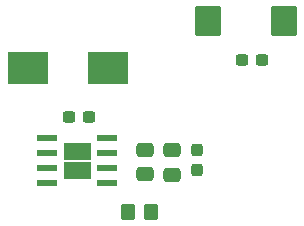
<source format=gtp>
G04 #@! TF.GenerationSoftware,KiCad,Pcbnew,(6.0.1)*
G04 #@! TF.CreationDate,2022-06-09T14:01:23-07:00*
G04 #@! TF.ProjectId,Regulator_5V_rev1_2,52656775-6c61-4746-9f72-5f35565f7265,1.2*
G04 #@! TF.SameCoordinates,Original*
G04 #@! TF.FileFunction,Paste,Top*
G04 #@! TF.FilePolarity,Positive*
%FSLAX46Y46*%
G04 Gerber Fmt 4.6, Leading zero omitted, Abs format (unit mm)*
G04 Created by KiCad (PCBNEW (6.0.1)) date 2022-06-09 14:01:23*
%MOMM*%
%LPD*%
G01*
G04 APERTURE LIST*
G04 Aperture macros list*
%AMRoundRect*
0 Rectangle with rounded corners*
0 $1 Rounding radius*
0 $2 $3 $4 $5 $6 $7 $8 $9 X,Y pos of 4 corners*
0 Add a 4 corners polygon primitive as box body*
4,1,4,$2,$3,$4,$5,$6,$7,$8,$9,$2,$3,0*
0 Add four circle primitives for the rounded corners*
1,1,$1+$1,$2,$3*
1,1,$1+$1,$4,$5*
1,1,$1+$1,$6,$7*
1,1,$1+$1,$8,$9*
0 Add four rect primitives between the rounded corners*
20,1,$1+$1,$2,$3,$4,$5,0*
20,1,$1+$1,$4,$5,$6,$7,0*
20,1,$1+$1,$6,$7,$8,$9,0*
20,1,$1+$1,$8,$9,$2,$3,0*%
G04 Aperture macros list end*
%ADD10C,0.100000*%
%ADD11RoundRect,0.250000X-0.875000X-1.025000X0.875000X-1.025000X0.875000X1.025000X-0.875000X1.025000X0*%
%ADD12RoundRect,0.237500X-0.300000X-0.237500X0.300000X-0.237500X0.300000X0.237500X-0.300000X0.237500X0*%
%ADD13R,1.778000X0.533400*%
%ADD14RoundRect,0.250000X-0.475000X0.337500X-0.475000X-0.337500X0.475000X-0.337500X0.475000X0.337500X0*%
%ADD15RoundRect,0.250000X0.350000X0.450000X-0.350000X0.450000X-0.350000X-0.450000X0.350000X-0.450000X0*%
%ADD16R,3.500000X2.700000*%
%ADD17RoundRect,0.237500X-0.237500X0.300000X-0.237500X-0.300000X0.237500X-0.300000X0.237500X0.300000X0*%
G04 APERTURE END LIST*
D10*
X135467750Y-92454500D02*
X135467750Y-93804500D01*
X135467750Y-93804500D02*
X137667750Y-93804500D01*
X137667750Y-93804500D02*
X137667750Y-92454500D01*
X137667750Y-92454500D02*
X135467750Y-92454500D01*
G36*
X137667750Y-93804500D02*
G01*
X135467750Y-93804500D01*
X135467750Y-92454500D01*
X137667750Y-92454500D01*
X137667750Y-93804500D01*
G37*
X137667750Y-93804500D02*
X135467750Y-93804500D01*
X135467750Y-92454500D01*
X137667750Y-92454500D01*
X137667750Y-93804500D01*
X135467750Y-90904500D02*
X135467750Y-92254500D01*
X135467750Y-92254500D02*
X137667750Y-92254500D01*
X137667750Y-92254500D02*
X137667750Y-90904500D01*
X137667750Y-90904500D02*
X135467750Y-90904500D01*
G36*
X137667750Y-92254500D02*
G01*
X135467750Y-92254500D01*
X135467750Y-90904500D01*
X137667750Y-90904500D01*
X137667750Y-92254500D01*
G37*
X137667750Y-92254500D02*
X135467750Y-92254500D01*
X135467750Y-90904500D01*
X137667750Y-90904500D01*
X137667750Y-92254500D01*
D11*
X147676000Y-80518000D03*
X154076000Y-80518000D03*
D12*
X150521500Y-83820000D03*
X152246500Y-83820000D03*
D13*
X134002350Y-90449500D03*
X134002350Y-91719500D03*
X134002350Y-92989500D03*
X134002350Y-94259500D03*
X139133150Y-94259500D03*
X139133150Y-92989500D03*
X139133150Y-91719500D03*
X139133150Y-90449500D03*
D14*
X144590000Y-91476500D03*
X144590000Y-93551500D03*
D15*
X142850000Y-96750000D03*
X140850000Y-96750000D03*
D12*
X135857500Y-88640000D03*
X137582500Y-88640000D03*
D16*
X139200000Y-84500000D03*
X132400000Y-84500000D03*
D17*
X146690000Y-91451500D03*
X146690000Y-93176500D03*
D14*
X142340000Y-91466500D03*
X142340000Y-93541500D03*
M02*

</source>
